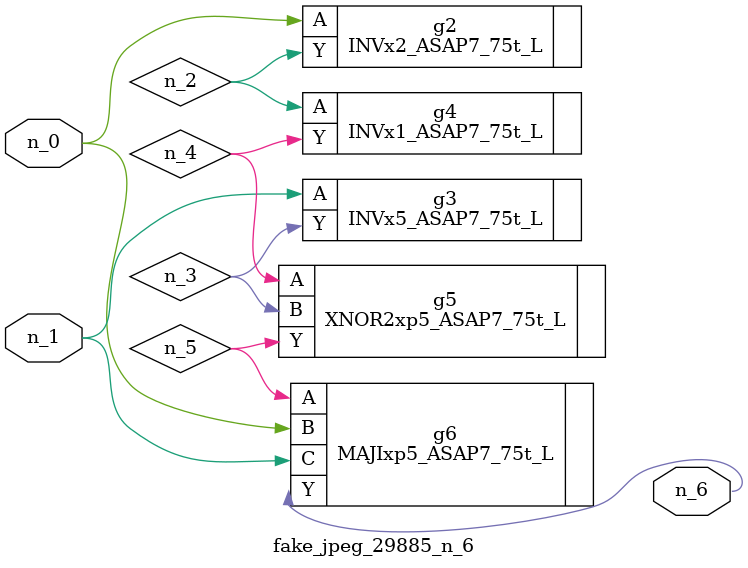
<source format=v>
module fake_jpeg_29885_n_6 (n_0, n_1, n_6);

input n_0;
input n_1;

output n_6;

wire n_3;
wire n_2;
wire n_4;
wire n_5;

INVx2_ASAP7_75t_L g2 ( 
.A(n_0),
.Y(n_2)
);

INVx5_ASAP7_75t_L g3 ( 
.A(n_1),
.Y(n_3)
);

INVx1_ASAP7_75t_L g4 ( 
.A(n_2),
.Y(n_4)
);

XNOR2xp5_ASAP7_75t_L g5 ( 
.A(n_4),
.B(n_3),
.Y(n_5)
);

MAJIxp5_ASAP7_75t_L g6 ( 
.A(n_5),
.B(n_0),
.C(n_1),
.Y(n_6)
);


endmodule
</source>
